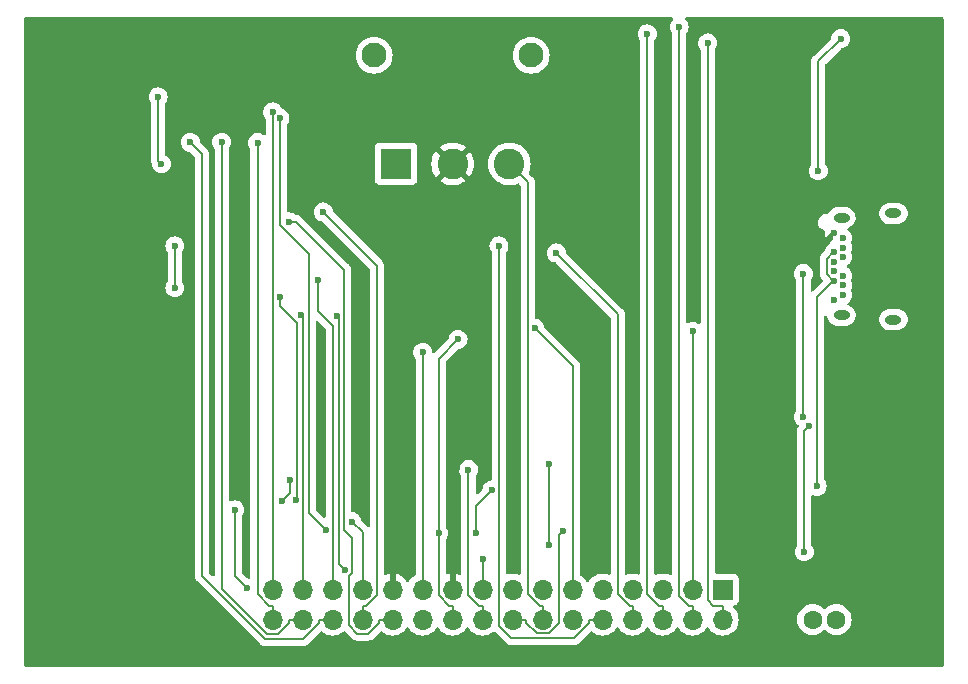
<source format=gbl>
%TF.GenerationSoftware,KiCad,Pcbnew,7.0.1*%
%TF.CreationDate,2025-03-28T02:07:49+02:00*%
%TF.ProjectId,PowerCircuit_V6,506f7765-7243-4697-9263-7569745f5636,rev?*%
%TF.SameCoordinates,Original*%
%TF.FileFunction,Copper,L2,Bot*%
%TF.FilePolarity,Positive*%
%FSLAX46Y46*%
G04 Gerber Fmt 4.6, Leading zero omitted, Abs format (unit mm)*
G04 Created by KiCad (PCBNEW 7.0.1) date 2025-03-28 02:07:49*
%MOMM*%
%LPD*%
G01*
G04 APERTURE LIST*
%TA.AperFunction,ComponentPad*%
%ADD10R,2.600000X2.600000*%
%TD*%
%TA.AperFunction,ComponentPad*%
%ADD11C,2.600000*%
%TD*%
%TA.AperFunction,ComponentPad*%
%ADD12C,2.100000*%
%TD*%
%TA.AperFunction,ComponentPad*%
%ADD13O,1.400000X0.800000*%
%TD*%
%TA.AperFunction,ComponentPad*%
%ADD14C,0.600000*%
%TD*%
%TA.AperFunction,ComponentPad*%
%ADD15R,1.700000X1.700000*%
%TD*%
%TA.AperFunction,ComponentPad*%
%ADD16O,1.700000X1.700000*%
%TD*%
%TA.AperFunction,ComponentPad*%
%ADD17C,1.600000*%
%TD*%
%TA.AperFunction,ViaPad*%
%ADD18C,0.600000*%
%TD*%
%TA.AperFunction,Conductor*%
%ADD19C,0.200000*%
%TD*%
G04 APERTURE END LIST*
D10*
%TO.P,U7,1,1*%
%TO.N,Net-(Q1-G)*%
X211100025Y-88420076D03*
D11*
%TO.P,U7,2,2*%
%TO.N,GND*%
X215900127Y-88420076D03*
%TO.P,U7,3,3*%
%TO.N,/BATTERY*%
X220699975Y-88420076D03*
D12*
%TO.P,U7,4,EH*%
%TO.N,unconnected-(U7-EH-Pad4)*%
X222550114Y-79219924D03*
X209249886Y-79219924D03*
%TD*%
D13*
%TO.P,U8,13,EP*%
%TO.N,unconnected-(U8-EP-Pad13)*%
X248819936Y-92980206D03*
%TO.P,U8,14,EP*%
%TO.N,unconnected-(U8-EP-Pad14)*%
X248819936Y-101240048D03*
%TO.P,U8,15,EP*%
%TO.N,unconnected-(U8-EP-Pad15)*%
X253209826Y-101599967D03*
%TO.P,U8,16,EP*%
%TO.N,unconnected-(U8-EP-Pad16)*%
X253209826Y-92620033D03*
D14*
%TO.P,U8,B1,GND*%
%TO.N,GND*%
X248219986Y-94310152D03*
%TO.P,U8,B2,SSTXP2*%
%TO.N,unconnected-(U8-SSTXP2-PadB2)*%
X248920012Y-94710203D03*
%TO.P,U8,B3,SSTXN2*%
%TO.N,unconnected-(U8-SSTXN2-PadB3)*%
X248920012Y-95510051D03*
%TO.P,U8,B4,VBUS*%
%TO.N,/VBUS*%
X248219986Y-95910102D03*
%TO.P,U8,B5,CC2*%
%TO.N,Net-(JP1-A)*%
X248920012Y-96310152D03*
%TO.P,U8,B6,DP2*%
%TO.N,unconnected-(U8-DP2-PadB6)*%
X248219986Y-96710203D03*
%TO.P,U8,B7,DN2*%
%TO.N,unconnected-(U8-DN2-PadB7)*%
X248219986Y-97510051D03*
%TO.P,U8,B8,SBU2*%
%TO.N,unconnected-(U8-SBU2-PadB8)*%
X248920012Y-97910102D03*
%TO.P,U8,B9,VBUS*%
%TO.N,/VBUS*%
X248219986Y-98310152D03*
%TO.P,U8,B10,SSRXN1*%
%TO.N,unconnected-(U8-SSRXN1-PadB10)*%
X248920012Y-98710203D03*
%TO.P,U8,B11,SSRXP1*%
%TO.N,unconnected-(U8-SSRXP1-PadB11)*%
X248920012Y-99510051D03*
%TO.P,U8,B12,GND*%
%TO.N,GND*%
X248219986Y-99910102D03*
%TD*%
D15*
%TO.P,J1,1,Pin_1*%
%TO.N,/MOTOR2_B_OUT*%
X238760000Y-124460000D03*
D16*
%TO.P,J1,2,Pin_2*%
%TO.N,/MOTOR2_A_OUT*%
X238760000Y-127000000D03*
%TO.P,J1,3,Pin_3*%
%TO.N,/MOTOR4_A_OUT*%
X236220000Y-124460000D03*
%TO.P,J1,4,Pin_4*%
%TO.N,/MOTOR2_CTRL1*%
X236220000Y-127000000D03*
%TO.P,J1,5,Pin_5*%
%TO.N,/MOTOR4_B_OUT*%
X233680000Y-124460000D03*
%TO.P,J1,6,Pin_6*%
%TO.N,/MOTOR2_CTRL2*%
X233680000Y-127000000D03*
%TO.P,J1,7,Pin_7*%
%TO.N,/CTRL_EXT_LOAD2*%
X231140000Y-124460000D03*
%TO.P,J1,8,Pin_8*%
%TO.N,/MOTOR4_CTRL1*%
X231140000Y-127000000D03*
%TO.P,J1,9,Pin_9*%
%TO.N,unconnected-(J1-Pin_9-Pad9)*%
X228600000Y-124460000D03*
%TO.P,J1,10,Pin_10*%
%TO.N,/MOTOR4_CTRL2*%
X228600000Y-127000000D03*
%TO.P,J1,11,Pin_11*%
%TO.N,/EXT_LOAD2_OUT*%
X226060000Y-124460000D03*
%TO.P,J1,12,Pin_12*%
%TO.N,unconnected-(J1-Pin_12-Pad12)*%
X226060000Y-127000000D03*
%TO.P,J1,13,Pin_13*%
%TO.N,/FAST_CHARGE_CTRL*%
X223520000Y-124460000D03*
%TO.P,J1,14,Pin_14*%
%TO.N,/BATTERY*%
X223520000Y-127000000D03*
%TO.P,J1,15,Pin_15*%
%TO.N,unconnected-(J1-Pin_15-Pad15)*%
X220980000Y-124460000D03*
%TO.P,J1,16,Pin_16*%
%TO.N,/I2C1_SCL*%
X220980000Y-127000000D03*
%TO.P,J1,17,Pin_17*%
%TO.N,/I2C1_SDA*%
X218440000Y-124460000D03*
%TO.P,J1,18,Pin_18*%
%TO.N,/3V3*%
X218440000Y-127000000D03*
%TO.P,J1,19,Pin_19*%
%TO.N,GND*%
X215900000Y-124460000D03*
%TO.P,J1,20,Pin_20*%
%TO.N,/5V*%
X215900000Y-127000000D03*
%TO.P,J1,21,Pin_21*%
%TO.N,/EXT_LOAD1_OUT*%
X213360000Y-124460000D03*
%TO.P,J1,22,Pin_22*%
%TO.N,/9V*%
X213360000Y-127000000D03*
%TO.P,J1,23,Pin_23*%
%TO.N,GND*%
X210820000Y-124460000D03*
%TO.P,J1,24,Pin_24*%
%TO.N,/MOTOR3_CTRL1*%
X210820000Y-127000000D03*
%TO.P,J1,25,Pin_25*%
%TO.N,/CTRL_EXT_LOAD1*%
X208280000Y-124460000D03*
%TO.P,J1,26,Pin_26*%
%TO.N,/MOTOR3_CTRL2*%
X208280000Y-127000000D03*
%TO.P,J1,27,Pin_27*%
%TO.N,/MOTOR3_A_OUT*%
X205740000Y-124460000D03*
%TO.P,J1,28,Pin_28*%
%TO.N,/MOTOR1_CTRL1*%
X205740000Y-127000000D03*
%TO.P,J1,29,Pin_29*%
%TO.N,/MOTOR3_B_OUT*%
X203200000Y-124460000D03*
%TO.P,J1,30,Pin_30*%
%TO.N,/MOTOR1_CTRL2*%
X203200000Y-127000000D03*
%TO.P,J1,31,Pin_31*%
%TO.N,/MOTOR1_B_OUT*%
X200660000Y-124460000D03*
%TO.P,J1,32,Pin_32*%
%TO.N,/MOTOR1_A_OUT*%
X200660000Y-127000000D03*
%TD*%
D17*
%TO.P,CN1,1,1*%
%TO.N,/BATTERY*%
X248380000Y-127000000D03*
%TO.P,CN1,2,2*%
%TO.N,/BATT_OUT*%
X246380000Y-127000000D03*
%TD*%
D18*
%TO.N,/5V*%
X214725400Y-119704000D03*
X216355100Y-103288400D03*
X219217800Y-116031200D03*
X217889200Y-119705600D03*
%TO.N,GND*%
X212701863Y-97394165D03*
X198477863Y-114158165D03*
X191365863Y-120254165D03*
X216257863Y-111110165D03*
X212193863Y-121270165D03*
X204573863Y-113650165D03*
X192889863Y-113650165D03*
X185777863Y-94854165D03*
X212193863Y-113650165D03*
X185777863Y-90790165D03*
X212701863Y-92314165D03*
X216257863Y-114158165D03*
X204573863Y-117206165D03*
X192889863Y-117714165D03*
X198477863Y-119238165D03*
%TO.N,/PWR_OUT*%
X192381863Y-95362165D03*
X201281900Y-99682000D03*
X202644000Y-116911365D03*
X192381863Y-98918165D03*
%TO.N,Net-(U12-VCP)*%
X191242800Y-88424700D03*
X190957200Y-82749100D03*
%TO.N,Net-(JP4-B)*%
X201422400Y-116962465D03*
X198477863Y-124318165D03*
X202086200Y-115174165D03*
X197461863Y-117714165D03*
%TO.N,/VBUS*%
X246759200Y-115715400D03*
%TO.N,/MOTOR2_B_OUT*%
X205137100Y-119411400D03*
X201273600Y-84543100D03*
%TO.N,/MOTOR2_A_OUT*%
X237490000Y-78184200D03*
%TO.N,/MOTOR4_A_OUT*%
X236220000Y-102592200D03*
%TO.N,/MOTOR2_CTRL1*%
X235068100Y-76811100D03*
%TO.N,/MOTOR4_B_OUT*%
X206078100Y-101327900D03*
X206778000Y-122791300D03*
%TO.N,/MOTOR2_CTRL2*%
X232372400Y-77413000D03*
%TO.N,/MOTOR4_CTRL1*%
X224673600Y-95963600D03*
%TO.N,/MOTOR4_CTRL2*%
X219819700Y-95361700D03*
%TO.N,/EXT_LOAD2_OUT*%
X222855100Y-102321900D03*
%TO.N,/I2C1_SCL*%
X225228000Y-119525400D03*
%TO.N,/I2C1_SDA*%
X218440000Y-121834200D03*
%TO.N,/3V3*%
X217238100Y-114300000D03*
%TO.N,/EXT_LOAD1_OUT*%
X213360000Y-104357900D03*
%TO.N,/MOTOR3_CTRL1*%
X202033863Y-93330165D03*
%TO.N,/CTRL_EXT_LOAD1*%
X207356900Y-118704200D03*
%TO.N,/MOTOR3_CTRL2*%
X204942300Y-92496700D03*
%TO.N,/MOTOR3_A_OUT*%
X204467200Y-98231900D03*
%TO.N,/MOTOR1_CTRL1*%
X193681900Y-86591900D03*
%TO.N,/MOTOR3_B_OUT*%
X203093000Y-101255900D03*
%TO.N,/MOTOR1_CTRL2*%
X196349700Y-86592700D03*
%TO.N,/MOTOR1_B_OUT*%
X200660000Y-84021800D03*
%TO.N,/MOTOR1_A_OUT*%
X199381900Y-86626700D03*
%TO.N,Net-(JP2-A)*%
X224035500Y-120680200D03*
X224032300Y-113845000D03*
%TO.N,Net-(U9-VBUS)*%
X245664700Y-121264900D03*
X246096900Y-110592100D03*
%TO.N,Net-(U11-CHRG)*%
X246852300Y-89015400D03*
X248749300Y-77829500D03*
%TO.N,/CC1*%
X245596000Y-97719500D03*
X245596000Y-109846100D03*
%TD*%
D19*
%TO.N,/5V*%
X214725400Y-124961500D02*
X214725400Y-119704000D01*
X215612000Y-125848100D02*
X214725400Y-124961500D01*
X215900000Y-125848100D02*
X215612000Y-125848100D01*
X214725400Y-104918100D02*
X216355100Y-103288400D01*
X217889200Y-119705600D02*
X217889200Y-117359800D01*
X214725400Y-119704000D02*
X214725400Y-104918100D01*
X215900000Y-127000000D02*
X215900000Y-125848100D01*
X217889200Y-117359800D02*
X219217800Y-116031200D01*
%TO.N,GND*%
X212193863Y-121270165D02*
X212193863Y-113650165D01*
X204573863Y-113650165D02*
X204573863Y-117206165D01*
X216257863Y-114158165D02*
X216257863Y-111110165D01*
X192889863Y-113650165D02*
X192889863Y-117714165D01*
X191365863Y-120254165D02*
X191365863Y-119238165D01*
X198477863Y-114158165D02*
X198477863Y-119238165D01*
X191365863Y-119238165D02*
X192889863Y-117714165D01*
X185777863Y-90790165D02*
X185777863Y-94854165D01*
X212701863Y-92314165D02*
X212701863Y-97394165D01*
%TO.N,/PWR_OUT*%
X201281900Y-100428200D02*
X201281900Y-99682000D01*
X192381863Y-98918165D02*
X192381863Y-95362165D01*
X202744000Y-101890300D02*
X201281900Y-100428200D01*
X202644000Y-116911365D02*
X202744000Y-116811365D01*
X202744000Y-116811365D02*
X202744000Y-101890300D01*
%TO.N,Net-(U12-VCP)*%
X190957200Y-88139100D02*
X191242800Y-88424700D01*
X190957200Y-82749100D02*
X190957200Y-88139100D01*
%TO.N,Net-(JP4-B)*%
X202086200Y-116298665D02*
X201422400Y-116962465D01*
X202086200Y-115174165D02*
X202086200Y-116298665D01*
X197461863Y-117714165D02*
X197461863Y-123302165D01*
X197461863Y-123302165D02*
X198477863Y-124318165D01*
%TO.N,/VBUS*%
X246759200Y-99692900D02*
X246759200Y-115715400D01*
X248142000Y-98310100D02*
X247595700Y-97763800D01*
X247595700Y-97763800D02*
X247595700Y-96436200D01*
X248121800Y-95910100D02*
X248220000Y-95910100D01*
X248220000Y-98310100D02*
X248142000Y-98310100D01*
X247595700Y-96436200D02*
X248121800Y-95910100D01*
X248142000Y-98310100D02*
X246759200Y-99692900D01*
%TO.N,/BATTERY*%
X222250000Y-124846700D02*
X223251400Y-125848100D01*
X220700000Y-88420100D02*
X222250000Y-89970100D01*
X223251400Y-125848100D02*
X223520000Y-125848100D01*
X223520000Y-127000000D02*
X223520000Y-125848100D01*
X222250000Y-89970100D02*
X222250000Y-124846700D01*
%TO.N,/MOTOR2_B_OUT*%
X203700900Y-96040100D02*
X203700900Y-117975200D01*
X201273600Y-93612800D02*
X203700900Y-96040100D01*
X201273600Y-84543100D02*
X201273600Y-93612800D01*
X203700900Y-117975200D02*
X205137100Y-119411400D01*
%TO.N,/MOTOR2_A_OUT*%
X238760000Y-127000000D02*
X238760000Y-125848100D01*
X237968100Y-125848100D02*
X237490000Y-125370000D01*
X237490000Y-125370000D02*
X237490000Y-78184200D01*
X238760000Y-125848100D02*
X237968100Y-125848100D01*
%TO.N,/MOTOR4_A_OUT*%
X236220000Y-124460000D02*
X236220000Y-102592200D01*
%TO.N,/MOTOR2_CTRL1*%
X236220000Y-127000000D02*
X236220000Y-125848100D01*
X235068100Y-76811100D02*
X235068100Y-124984300D01*
X235931900Y-125848100D02*
X236220000Y-125848100D01*
X235068100Y-124984300D02*
X235931900Y-125848100D01*
%TO.N,/MOTOR4_B_OUT*%
X206285000Y-101534800D02*
X206078100Y-101327900D01*
X206285000Y-122298300D02*
X206285000Y-101534800D01*
X206778000Y-122791300D02*
X206285000Y-122298300D01*
%TO.N,/MOTOR2_CTRL2*%
X232372400Y-77413000D02*
X232372400Y-124828500D01*
X233392000Y-125848100D02*
X233680000Y-125848100D01*
X233680000Y-127000000D02*
X233680000Y-125848100D01*
X232372400Y-124828500D02*
X233392000Y-125848100D01*
%TO.N,/MOTOR4_CTRL1*%
X230871400Y-125848100D02*
X229870000Y-124846700D01*
X231140000Y-125848100D02*
X230871400Y-125848100D01*
X231140000Y-127000000D02*
X231140000Y-125848100D01*
X229870000Y-101160000D02*
X224673600Y-95963600D01*
X229870000Y-124846700D02*
X229870000Y-101160000D01*
%TO.N,/MOTOR4_CTRL2*%
X226182400Y-128553800D02*
X220851300Y-128553800D01*
X227448100Y-127288100D02*
X226182400Y-128553800D01*
X220851300Y-128553800D02*
X219819700Y-127522200D01*
X227448100Y-127000000D02*
X227448100Y-127288100D01*
X228600000Y-127000000D02*
X227448100Y-127000000D01*
X219819700Y-127522200D02*
X219819700Y-95361700D01*
%TO.N,/EXT_LOAD2_OUT*%
X226060000Y-105526800D02*
X222855100Y-102321900D01*
X226060000Y-124460000D02*
X226060000Y-105526800D01*
%TO.N,/I2C1_SCL*%
X224908100Y-127260000D02*
X224908100Y-119845300D01*
X222131900Y-127275400D02*
X223008400Y-128151900D01*
X224016200Y-128151900D02*
X224908100Y-127260000D01*
X222131900Y-127000000D02*
X222131900Y-127275400D01*
X220980000Y-127000000D02*
X222131900Y-127000000D01*
X223008400Y-128151900D02*
X224016200Y-128151900D01*
X224908100Y-119845300D02*
X225228000Y-119525400D01*
%TO.N,/I2C1_SDA*%
X218440000Y-124460000D02*
X218440000Y-121834200D01*
%TO.N,/3V3*%
X218152000Y-125848100D02*
X218440000Y-125848100D01*
X217238100Y-124934200D02*
X218152000Y-125848100D01*
X217238100Y-114300000D02*
X217238100Y-124934200D01*
X218440000Y-127000000D02*
X218440000Y-125848100D01*
%TO.N,/EXT_LOAD1_OUT*%
X213360000Y-124460000D02*
X213360000Y-104357900D01*
%TO.N,/MOTOR3_CTRL1*%
X202033863Y-93330165D02*
X202629565Y-93330165D01*
X202629565Y-93330165D02*
X206686900Y-97387500D01*
X207127700Y-127482800D02*
X207832100Y-128187200D01*
X206686900Y-97387500D02*
X206686900Y-119403400D01*
X209668100Y-127000000D02*
X210820000Y-127000000D01*
X207379900Y-120096400D02*
X207379900Y-123040600D01*
X207832100Y-128187200D02*
X208768900Y-128187200D01*
X209668100Y-127288000D02*
X209668100Y-127000000D01*
X208768900Y-128187200D02*
X209668100Y-127288000D01*
X207127700Y-123292800D02*
X207127700Y-127482800D01*
X206686900Y-119403400D02*
X207379900Y-120096400D01*
X207379900Y-123040600D02*
X207127700Y-123292800D01*
%TO.N,/CTRL_EXT_LOAD1*%
X207356900Y-118704200D02*
X208280000Y-119627300D01*
X208280000Y-124460000D02*
X208280000Y-123308100D01*
X208280000Y-119627300D02*
X208280000Y-123308100D01*
%TO.N,/MOTOR3_CTRL2*%
X208280000Y-127000000D02*
X208280000Y-125848100D01*
X208568000Y-125848100D02*
X209483300Y-124932800D01*
X209483300Y-124932800D02*
X209483300Y-97037700D01*
X208280000Y-125848100D02*
X208568000Y-125848100D01*
X209483300Y-97037700D02*
X204942300Y-92496700D01*
%TO.N,/MOTOR3_A_OUT*%
X205740000Y-124460000D02*
X205740000Y-123308100D01*
X205740000Y-102113800D02*
X205740000Y-123308100D01*
X204467200Y-98231900D02*
X204467200Y-100841000D01*
X204467200Y-100841000D02*
X205740000Y-102113800D01*
%TO.N,/MOTOR1_CTRL1*%
X204588100Y-127000000D02*
X204588100Y-127288000D01*
X203231000Y-128645100D02*
X200022900Y-128645100D01*
X194699400Y-123321600D02*
X194699400Y-87609400D01*
X200022900Y-128645100D02*
X194699400Y-123321600D01*
X205740000Y-127000000D02*
X204588100Y-127000000D01*
X204588100Y-127288000D02*
X203231000Y-128645100D01*
X194699400Y-87609400D02*
X193681900Y-86591900D01*
%TO.N,/MOTOR3_B_OUT*%
X203200000Y-123308100D02*
X203245900Y-123262200D01*
X203245900Y-101408800D02*
X203093000Y-101255900D01*
X203200000Y-124460000D02*
X203200000Y-123308100D01*
X203245900Y-123262200D02*
X203245900Y-101408800D01*
%TO.N,/MOTOR1_CTRL2*%
X202048100Y-127000000D02*
X202048100Y-127288000D01*
X202048100Y-127288000D02*
X201140200Y-128195900D01*
X201140200Y-128195900D02*
X200142400Y-128195900D01*
X203200000Y-127000000D02*
X202048100Y-127000000D01*
X200142400Y-128195900D02*
X196349700Y-124403200D01*
X196349700Y-124403200D02*
X196349700Y-86592700D01*
%TO.N,/MOTOR1_B_OUT*%
X200660000Y-124460000D02*
X200660000Y-84021800D01*
%TO.N,/MOTOR1_A_OUT*%
X200660000Y-127000000D02*
X200660000Y-125848100D01*
X200372000Y-125848100D02*
X199381900Y-124858000D01*
X199381900Y-124858000D02*
X199381900Y-86626700D01*
X200660000Y-125848100D02*
X200372000Y-125848100D01*
%TO.N,Net-(JP2-A)*%
X224032300Y-120677000D02*
X224035500Y-120680200D01*
X224032300Y-113845000D02*
X224032300Y-120677000D01*
%TO.N,Net-(U9-VBUS)*%
X245664700Y-111024300D02*
X246096900Y-110592100D01*
X245664700Y-121264900D02*
X245664700Y-111024300D01*
%TO.N,Net-(U11-CHRG)*%
X246852300Y-89015400D02*
X246852300Y-79726500D01*
X246852300Y-79726500D02*
X248749300Y-77829500D01*
%TO.N,/CC1*%
X245596000Y-97719500D02*
X245596000Y-109846100D01*
%TD*%
%TA.AperFunction,Conductor*%
%TO.N,GND*%
G36*
X234503389Y-76014180D02*
G01*
X234547412Y-76051780D01*
X234569567Y-76105267D01*
X234565025Y-76162983D01*
X234534775Y-76212346D01*
X234438285Y-76308835D01*
X234342312Y-76461576D01*
X234342311Y-76461578D01*
X234284207Y-76627631D01*
X234282731Y-76631848D01*
X234262534Y-76811100D01*
X234282731Y-76990351D01*
X234282731Y-76990353D01*
X234282732Y-76990355D01*
X234342311Y-77160622D01*
X234366856Y-77199685D01*
X234445717Y-77325192D01*
X234444412Y-77326011D01*
X234458161Y-77346588D01*
X234467600Y-77394041D01*
X234467600Y-123142511D01*
X234452314Y-123202154D01*
X234410225Y-123247092D01*
X234351710Y-123266246D01*
X234291196Y-123254893D01*
X234143663Y-123186097D01*
X234082501Y-123169709D01*
X233915407Y-123124936D01*
X233680000Y-123104340D01*
X233444592Y-123124936D01*
X233216338Y-123186096D01*
X233200163Y-123193639D01*
X233149303Y-123217355D01*
X233088791Y-123228708D01*
X233030275Y-123209554D01*
X232988186Y-123164616D01*
X232972900Y-123104973D01*
X232972900Y-77995941D01*
X232982339Y-77948488D01*
X232996087Y-77927911D01*
X232994783Y-77927092D01*
X233052850Y-77834678D01*
X233098189Y-77762522D01*
X233157768Y-77592255D01*
X233177965Y-77413000D01*
X233157768Y-77233745D01*
X233098189Y-77063478D01*
X233002216Y-76910738D01*
X233002215Y-76910737D01*
X233002214Y-76910735D01*
X232874664Y-76783185D01*
X232812267Y-76743979D01*
X232721922Y-76687211D01*
X232551655Y-76627632D01*
X232551653Y-76627631D01*
X232551651Y-76627631D01*
X232372400Y-76607434D01*
X232193148Y-76627631D01*
X232193145Y-76627631D01*
X232193145Y-76627632D01*
X232022878Y-76687211D01*
X232022876Y-76687211D01*
X232022876Y-76687212D01*
X231870135Y-76783185D01*
X231742585Y-76910735D01*
X231658767Y-77044132D01*
X231646611Y-77063478D01*
X231598950Y-77199685D01*
X231587031Y-77233748D01*
X231566834Y-77413000D01*
X231587031Y-77592251D01*
X231587031Y-77592253D01*
X231587032Y-77592255D01*
X231646611Y-77762522D01*
X231688696Y-77829500D01*
X231750017Y-77927092D01*
X231748712Y-77927911D01*
X231762461Y-77948488D01*
X231771900Y-77995941D01*
X231771900Y-123069906D01*
X231756617Y-123129543D01*
X231714536Y-123174480D01*
X231656028Y-123193639D01*
X231614936Y-123185938D01*
X231614142Y-123188905D01*
X231603663Y-123186097D01*
X231559938Y-123174381D01*
X231375407Y-123124936D01*
X231140000Y-123104340D01*
X230904592Y-123124936D01*
X230676340Y-123186096D01*
X230676339Y-123186096D01*
X230676337Y-123186097D01*
X230646902Y-123199822D01*
X230586391Y-123211175D01*
X230527875Y-123192021D01*
X230485786Y-123147083D01*
X230470500Y-123087440D01*
X230470500Y-101207487D01*
X230471561Y-101191301D01*
X230475682Y-101159999D01*
X230472964Y-101139360D01*
X230455044Y-101003238D01*
X230394536Y-100857159D01*
X230370349Y-100825638D01*
X230322454Y-100763219D01*
X230322452Y-100763217D01*
X230322450Y-100763215D01*
X230298282Y-100731718D01*
X230273229Y-100712494D01*
X230261035Y-100701800D01*
X225504300Y-95945065D01*
X225480261Y-95911185D01*
X225468761Y-95871266D01*
X225468522Y-95869146D01*
X225458968Y-95784345D01*
X225399389Y-95614078D01*
X225303416Y-95461338D01*
X225303415Y-95461337D01*
X225303414Y-95461335D01*
X225175864Y-95333785D01*
X225113467Y-95294579D01*
X225023122Y-95237811D01*
X224852855Y-95178232D01*
X224852853Y-95178231D01*
X224852851Y-95178231D01*
X224673600Y-95158034D01*
X224494348Y-95178231D01*
X224494345Y-95178231D01*
X224494345Y-95178232D01*
X224324078Y-95237811D01*
X224324076Y-95237811D01*
X224324076Y-95237812D01*
X224171335Y-95333785D01*
X224043785Y-95461335D01*
X223947812Y-95614076D01*
X223947811Y-95614078D01*
X223913656Y-95711687D01*
X223888231Y-95784348D01*
X223868034Y-95963600D01*
X223888231Y-96142851D01*
X223888231Y-96142853D01*
X223888232Y-96142855D01*
X223947811Y-96313122D01*
X224004579Y-96403467D01*
X224043785Y-96465864D01*
X224171335Y-96593414D01*
X224171337Y-96593415D01*
X224171338Y-96593416D01*
X224324078Y-96689389D01*
X224494345Y-96748968D01*
X224581266Y-96758761D01*
X224621185Y-96770261D01*
X224655065Y-96794300D01*
X229233181Y-101372416D01*
X229260061Y-101412644D01*
X229269500Y-101460097D01*
X229269500Y-123087440D01*
X229254214Y-123147083D01*
X229212125Y-123192021D01*
X229153609Y-123211175D01*
X229093097Y-123199822D01*
X229063663Y-123186097D01*
X229026812Y-123176223D01*
X228835407Y-123124936D01*
X228600000Y-123104340D01*
X228364592Y-123124936D01*
X228136336Y-123186097D01*
X227922170Y-123285965D01*
X227728598Y-123421505D01*
X227561505Y-123588598D01*
X227431575Y-123774159D01*
X227387257Y-123813025D01*
X227330000Y-123827036D01*
X227272743Y-123813025D01*
X227228425Y-123774159D01*
X227197818Y-123730447D01*
X227098495Y-123588599D01*
X226931401Y-123421505D01*
X226737830Y-123285965D01*
X226732094Y-123283290D01*
X226679919Y-123237534D01*
X226660500Y-123170909D01*
X226660500Y-105574287D01*
X226661561Y-105558101D01*
X226665682Y-105526799D01*
X226662964Y-105506161D01*
X226645044Y-105370038D01*
X226584536Y-105223959D01*
X226580115Y-105218197D01*
X226538118Y-105163466D01*
X226538117Y-105163465D01*
X226488281Y-105098517D01*
X226463229Y-105079294D01*
X226451034Y-105068599D01*
X223685800Y-102303365D01*
X223661761Y-102269485D01*
X223650261Y-102229566D01*
X223647588Y-102205838D01*
X223640468Y-102142645D01*
X223580889Y-101972378D01*
X223484916Y-101819638D01*
X223484915Y-101819637D01*
X223484914Y-101819635D01*
X223357364Y-101692085D01*
X223294967Y-101652879D01*
X223204622Y-101596111D01*
X223034355Y-101536532D01*
X223034353Y-101536531D01*
X223034351Y-101536531D01*
X222980295Y-101530441D01*
X222960616Y-101528223D01*
X222904649Y-101507458D01*
X222864870Y-101462946D01*
X222850500Y-101405004D01*
X222850500Y-90017587D01*
X222851561Y-90001401D01*
X222855682Y-89970099D01*
X222841026Y-89858778D01*
X222835044Y-89813338D01*
X222774536Y-89667259D01*
X222757620Y-89645214D01*
X222702454Y-89573319D01*
X222702452Y-89573317D01*
X222702450Y-89573315D01*
X222678282Y-89541818D01*
X222653229Y-89522594D01*
X222641035Y-89511900D01*
X222385786Y-89256651D01*
X222359204Y-89217136D01*
X222349477Y-89170515D01*
X222358038Y-89123671D01*
X222425309Y-88952271D01*
X222485358Y-88689179D01*
X222505524Y-88420076D01*
X222485358Y-88150973D01*
X222425309Y-87887881D01*
X222326718Y-87636678D01*
X222191790Y-87402974D01*
X222023536Y-87191991D01*
X221979573Y-87151199D01*
X221825718Y-87008442D01*
X221728592Y-86942223D01*
X221602750Y-86856425D01*
X221359616Y-86739338D01*
X221280073Y-86714802D01*
X221101746Y-86659795D01*
X220834904Y-86619576D01*
X220565046Y-86619576D01*
X220298203Y-86659795D01*
X220040334Y-86739338D01*
X219797203Y-86856423D01*
X219574232Y-87008442D01*
X219376414Y-87191991D01*
X219208159Y-87402975D01*
X219073232Y-87636677D01*
X218974641Y-87887880D01*
X218914591Y-88150975D01*
X218894425Y-88420076D01*
X218914591Y-88689176D01*
X218914592Y-88689179D01*
X218974641Y-88952271D01*
X219073232Y-89203474D01*
X219208160Y-89437178D01*
X219376414Y-89648161D01*
X219574234Y-89831711D01*
X219797201Y-89983727D01*
X220040334Y-90100814D01*
X220298203Y-90180356D01*
X220565046Y-90220576D01*
X220834904Y-90220576D01*
X221101747Y-90180356D01*
X221359616Y-90100814D01*
X221396349Y-90083123D01*
X221445511Y-90070932D01*
X221495450Y-90079417D01*
X221537829Y-90107164D01*
X221613181Y-90182516D01*
X221640061Y-90222744D01*
X221649500Y-90270197D01*
X221649500Y-123087440D01*
X221634214Y-123147083D01*
X221592125Y-123192021D01*
X221533609Y-123211175D01*
X221473097Y-123199822D01*
X221443663Y-123186097D01*
X221406812Y-123176223D01*
X221215407Y-123124936D01*
X220980000Y-123104340D01*
X220744592Y-123124936D01*
X220576293Y-123170032D01*
X220520009Y-123171874D01*
X220468714Y-123148633D01*
X220432988Y-123105101D01*
X220420200Y-123050257D01*
X220420200Y-95944641D01*
X220429639Y-95897188D01*
X220443387Y-95876611D01*
X220442083Y-95875792D01*
X220460087Y-95847137D01*
X220545489Y-95711222D01*
X220605068Y-95540955D01*
X220625265Y-95361700D01*
X220605068Y-95182445D01*
X220545489Y-95012178D01*
X220449516Y-94859438D01*
X220449515Y-94859437D01*
X220449514Y-94859435D01*
X220321964Y-94731885D01*
X220258490Y-94692002D01*
X220169222Y-94635911D01*
X219998955Y-94576332D01*
X219998953Y-94576331D01*
X219998951Y-94576331D01*
X219819700Y-94556134D01*
X219640448Y-94576331D01*
X219640445Y-94576331D01*
X219640445Y-94576332D01*
X219470178Y-94635911D01*
X219470176Y-94635911D01*
X219470176Y-94635912D01*
X219317435Y-94731885D01*
X219189885Y-94859435D01*
X219093912Y-95012176D01*
X219093911Y-95012178D01*
X219035807Y-95178231D01*
X219034331Y-95182448D01*
X219014134Y-95361700D01*
X219034331Y-95540951D01*
X219034331Y-95540953D01*
X219034332Y-95540955D01*
X219093911Y-95711222D01*
X219118422Y-95750231D01*
X219197317Y-95875792D01*
X219196012Y-95876611D01*
X219209761Y-95897188D01*
X219219200Y-95944641D01*
X219219200Y-115114664D01*
X219204830Y-115172605D01*
X219165052Y-115217118D01*
X219109083Y-115237884D01*
X219038549Y-115245831D01*
X219038546Y-115245831D01*
X219038545Y-115245832D01*
X218868278Y-115305411D01*
X218868276Y-115305411D01*
X218868276Y-115305412D01*
X218715535Y-115401385D01*
X218587985Y-115528935D01*
X218495310Y-115676427D01*
X218492011Y-115681678D01*
X218480211Y-115715400D01*
X218432431Y-115851948D01*
X218422637Y-115938869D01*
X218411137Y-115978786D01*
X218387098Y-116012665D01*
X218050278Y-116349486D01*
X218000918Y-116379734D01*
X217943202Y-116384276D01*
X217889715Y-116362121D01*
X217852115Y-116318098D01*
X217838600Y-116261803D01*
X217838600Y-114882941D01*
X217848039Y-114835488D01*
X217861787Y-114814911D01*
X217860483Y-114814092D01*
X217878487Y-114785437D01*
X217963889Y-114649522D01*
X218023468Y-114479255D01*
X218043665Y-114300000D01*
X218023468Y-114120745D01*
X217963889Y-113950478D01*
X217867916Y-113797738D01*
X217867915Y-113797737D01*
X217867914Y-113797735D01*
X217740364Y-113670185D01*
X217677967Y-113630978D01*
X217587622Y-113574211D01*
X217417355Y-113514632D01*
X217417353Y-113514631D01*
X217417351Y-113514631D01*
X217238100Y-113494434D01*
X217058848Y-113514631D01*
X217058845Y-113514631D01*
X217058845Y-113514632D01*
X216888578Y-113574211D01*
X216888576Y-113574211D01*
X216888576Y-113574212D01*
X216735835Y-113670185D01*
X216608285Y-113797735D01*
X216578587Y-113845000D01*
X216512311Y-113950478D01*
X216452732Y-114120745D01*
X216452731Y-114120748D01*
X216432534Y-114299999D01*
X216452731Y-114479251D01*
X216452731Y-114479253D01*
X216452732Y-114479255D01*
X216512311Y-114649522D01*
X216524388Y-114668742D01*
X216615717Y-114814092D01*
X216614412Y-114814911D01*
X216628161Y-114835488D01*
X216637600Y-114882941D01*
X216637600Y-123119747D01*
X216622314Y-123179390D01*
X216580225Y-123224328D01*
X216521710Y-123243482D01*
X216461195Y-123232129D01*
X216363492Y-123186569D01*
X216150000Y-123129364D01*
X216150000Y-124586000D01*
X216133387Y-124648000D01*
X216088000Y-124693387D01*
X216026000Y-124710000D01*
X215774000Y-124710000D01*
X215712000Y-124693387D01*
X215666613Y-124648000D01*
X215650000Y-124586000D01*
X215650000Y-123129364D01*
X215649999Y-123129364D01*
X215481994Y-123174381D01*
X215425709Y-123176223D01*
X215374414Y-123152982D01*
X215338688Y-123109450D01*
X215325900Y-123054606D01*
X215325900Y-120286941D01*
X215335339Y-120239488D01*
X215349087Y-120218911D01*
X215347783Y-120218092D01*
X215398617Y-120137189D01*
X215451189Y-120053522D01*
X215510768Y-119883255D01*
X215530965Y-119704000D01*
X215510768Y-119524745D01*
X215451189Y-119354478D01*
X215362294Y-119213002D01*
X215347783Y-119189908D01*
X215349087Y-119189088D01*
X215335339Y-119168512D01*
X215325900Y-119121059D01*
X215325900Y-105218197D01*
X215335339Y-105170744D01*
X215362219Y-105130516D01*
X215603257Y-104889478D01*
X216373636Y-104119097D01*
X216407513Y-104095061D01*
X216447430Y-104083561D01*
X216534355Y-104073768D01*
X216704622Y-104014189D01*
X216857362Y-103918216D01*
X216984916Y-103790662D01*
X217080889Y-103637922D01*
X217140468Y-103467655D01*
X217160665Y-103288400D01*
X217140468Y-103109145D01*
X217080889Y-102938878D01*
X216984916Y-102786138D01*
X216984915Y-102786137D01*
X216984914Y-102786135D01*
X216857364Y-102658585D01*
X216794967Y-102619379D01*
X216704622Y-102562611D01*
X216534355Y-102503032D01*
X216534353Y-102503031D01*
X216534351Y-102503031D01*
X216355100Y-102482834D01*
X216175848Y-102503031D01*
X216175845Y-102503031D01*
X216175845Y-102503032D01*
X216005578Y-102562611D01*
X216005576Y-102562611D01*
X216005576Y-102562612D01*
X215852835Y-102658585D01*
X215725285Y-102786135D01*
X215629312Y-102938876D01*
X215629311Y-102938878D01*
X215574870Y-103094462D01*
X215569731Y-103109148D01*
X215559937Y-103196069D01*
X215548437Y-103235986D01*
X215524398Y-103269865D01*
X214375059Y-104419204D01*
X214314971Y-104452414D01*
X214246423Y-104448565D01*
X214190431Y-104408836D01*
X214164158Y-104345407D01*
X214145368Y-104178648D01*
X214145368Y-104178645D01*
X214085789Y-104008378D01*
X213989816Y-103855638D01*
X213989815Y-103855637D01*
X213989814Y-103855635D01*
X213862264Y-103728085D01*
X213799867Y-103688879D01*
X213709522Y-103632111D01*
X213539255Y-103572532D01*
X213539253Y-103572531D01*
X213539251Y-103572531D01*
X213360000Y-103552334D01*
X213180748Y-103572531D01*
X213180745Y-103572531D01*
X213180745Y-103572532D01*
X213010478Y-103632111D01*
X213010476Y-103632111D01*
X213010476Y-103632112D01*
X212857735Y-103728085D01*
X212730185Y-103855635D01*
X212634212Y-104008376D01*
X212634211Y-104008378D01*
X212603879Y-104095061D01*
X212574631Y-104178648D01*
X212554434Y-104357900D01*
X212574631Y-104537151D01*
X212574631Y-104537153D01*
X212574632Y-104537155D01*
X212634211Y-104707422D01*
X212634212Y-104707423D01*
X212737617Y-104871992D01*
X212736312Y-104872811D01*
X212750061Y-104893388D01*
X212759500Y-104940841D01*
X212759500Y-123170909D01*
X212740081Y-123237533D01*
X212687907Y-123283290D01*
X212682171Y-123285964D01*
X212488598Y-123421505D01*
X212321508Y-123588595D01*
X212191269Y-123774596D01*
X212146951Y-123813461D01*
X212089694Y-123827472D01*
X212032437Y-123813461D01*
X211988119Y-123774595D01*
X211858109Y-123588921D01*
X211691081Y-123421893D01*
X211497576Y-123286399D01*
X211283492Y-123186569D01*
X211070000Y-123129364D01*
X211070000Y-124586000D01*
X211053387Y-124648000D01*
X211008000Y-124693387D01*
X210946000Y-124710000D01*
X210694000Y-124710000D01*
X210632000Y-124693387D01*
X210586613Y-124648000D01*
X210570000Y-124586000D01*
X210570000Y-123129364D01*
X210569999Y-123129364D01*
X210356509Y-123186568D01*
X210260206Y-123231477D01*
X210199691Y-123242830D01*
X210141175Y-123223676D01*
X210099086Y-123178738D01*
X210083800Y-123119095D01*
X210083800Y-97085187D01*
X210084861Y-97069001D01*
X210088982Y-97037699D01*
X210068344Y-96880939D01*
X210032457Y-96794300D01*
X210007836Y-96734859D01*
X210000028Y-96724683D01*
X209972946Y-96689389D01*
X209911582Y-96609417D01*
X209886529Y-96590194D01*
X209874334Y-96579499D01*
X205773000Y-92478165D01*
X205748961Y-92444285D01*
X205737461Y-92404366D01*
X205737402Y-92403845D01*
X205727668Y-92317445D01*
X205668089Y-92147178D01*
X205572116Y-91994438D01*
X205572115Y-91994437D01*
X205572114Y-91994435D01*
X205444564Y-91866885D01*
X205326742Y-91792853D01*
X205291822Y-91770911D01*
X205121555Y-91711332D01*
X205121553Y-91711331D01*
X205121551Y-91711331D01*
X204942300Y-91691134D01*
X204763048Y-91711331D01*
X204763045Y-91711331D01*
X204763045Y-91711332D01*
X204592778Y-91770911D01*
X204592776Y-91770911D01*
X204592776Y-91770912D01*
X204440035Y-91866885D01*
X204312485Y-91994435D01*
X204216512Y-92147176D01*
X204216511Y-92147178D01*
X204209469Y-92167303D01*
X204156931Y-92317448D01*
X204136734Y-92496700D01*
X204156931Y-92675951D01*
X204156931Y-92675953D01*
X204156932Y-92675955D01*
X204216511Y-92846222D01*
X204241229Y-92885560D01*
X204312485Y-92998964D01*
X204440035Y-93126514D01*
X204440037Y-93126515D01*
X204440038Y-93126516D01*
X204592778Y-93222489D01*
X204763045Y-93282068D01*
X204849966Y-93291861D01*
X204889885Y-93303361D01*
X204923765Y-93327400D01*
X208846481Y-97250116D01*
X208873361Y-97290344D01*
X208882800Y-97337797D01*
X208882800Y-119081483D01*
X208864128Y-119146920D01*
X208813736Y-119192650D01*
X208746799Y-119204901D01*
X208683476Y-119179983D01*
X208683391Y-119179918D01*
X208671034Y-119169099D01*
X208187600Y-118685665D01*
X208163561Y-118651785D01*
X208152061Y-118611866D01*
X208142268Y-118524949D01*
X208142268Y-118524945D01*
X208082689Y-118354678D01*
X207986716Y-118201938D01*
X207986715Y-118201937D01*
X207986714Y-118201935D01*
X207859164Y-118074385D01*
X207796767Y-118035179D01*
X207706422Y-117978411D01*
X207536155Y-117918832D01*
X207536153Y-117918831D01*
X207536151Y-117918831D01*
X207397516Y-117903211D01*
X207341548Y-117882445D01*
X207301770Y-117837932D01*
X207287400Y-117779991D01*
X207287400Y-97434987D01*
X207288461Y-97418801D01*
X207289904Y-97407840D01*
X207292582Y-97387500D01*
X207271944Y-97230738D01*
X207211436Y-97084659D01*
X207199420Y-97069000D01*
X207199419Y-97068999D01*
X207115182Y-96959217D01*
X207090129Y-96939994D01*
X207077934Y-96929299D01*
X203087764Y-92939129D01*
X203077068Y-92926933D01*
X203057846Y-92901881D01*
X202932405Y-92805628D01*
X202786327Y-92745121D01*
X202668926Y-92729665D01*
X202661890Y-92728738D01*
X202629562Y-92724482D01*
X202628375Y-92724639D01*
X202585731Y-92722842D01*
X202546224Y-92706693D01*
X202383388Y-92604378D01*
X202383385Y-92604376D01*
X202213118Y-92544797D01*
X202213116Y-92544796D01*
X202213114Y-92544796D01*
X202033864Y-92524599D01*
X202011985Y-92527065D01*
X201944299Y-92515566D01*
X201893106Y-92469817D01*
X201874100Y-92403845D01*
X201874100Y-89767945D01*
X209299525Y-89767945D01*
X209305934Y-89827560D01*
X209317578Y-89858778D01*
X209356229Y-89962407D01*
X209442479Y-90077622D01*
X209557694Y-90163872D01*
X209692542Y-90214167D01*
X209752152Y-90220576D01*
X212447897Y-90220575D01*
X212507508Y-90214167D01*
X212642356Y-90163872D01*
X212757571Y-90077622D01*
X212843821Y-89962407D01*
X212882472Y-89858778D01*
X214814975Y-89858778D01*
X214997606Y-89983293D01*
X215240669Y-90100346D01*
X215498466Y-90179867D01*
X215765236Y-90220076D01*
X216035018Y-90220076D01*
X216301787Y-90179867D01*
X216559587Y-90100346D01*
X216802650Y-89983293D01*
X216985277Y-89858778D01*
X215900127Y-88773629D01*
X214814975Y-89858778D01*
X212882472Y-89858778D01*
X212894116Y-89827559D01*
X212900525Y-89767949D01*
X212900524Y-88420076D01*
X214095079Y-88420076D01*
X214115240Y-88689102D01*
X214175273Y-88952125D01*
X214273835Y-89203254D01*
X214408725Y-89436892D01*
X214462422Y-89504226D01*
X215546574Y-88420077D01*
X215546574Y-88420076D01*
X216253680Y-88420076D01*
X217337830Y-89504227D01*
X217337831Y-89504226D01*
X217391527Y-89436894D01*
X217526418Y-89203254D01*
X217624980Y-88952125D01*
X217685013Y-88689102D01*
X217705174Y-88420076D01*
X217685013Y-88151049D01*
X217624980Y-87888026D01*
X217526418Y-87636897D01*
X217391525Y-87403254D01*
X217337831Y-87335923D01*
X216253680Y-88420076D01*
X215546574Y-88420076D01*
X214462422Y-87335924D01*
X214408725Y-87403258D01*
X214273835Y-87636897D01*
X214175273Y-87888026D01*
X214115240Y-88151049D01*
X214095079Y-88420076D01*
X212900524Y-88420076D01*
X212900524Y-87072204D01*
X212894116Y-87012593D01*
X212882471Y-86981372D01*
X214814975Y-86981372D01*
X215900127Y-88066523D01*
X215900128Y-88066523D01*
X216985277Y-86981372D01*
X216802646Y-86856856D01*
X216559587Y-86739805D01*
X216301787Y-86660284D01*
X216035018Y-86620076D01*
X215765236Y-86620076D01*
X215498466Y-86660284D01*
X215240669Y-86739805D01*
X214997603Y-86856859D01*
X214814975Y-86981372D01*
X212882471Y-86981372D01*
X212843821Y-86877745D01*
X212757571Y-86762530D01*
X212642356Y-86676280D01*
X212507508Y-86625985D01*
X212447898Y-86619576D01*
X212447894Y-86619576D01*
X209752155Y-86619576D01*
X209692540Y-86625985D01*
X209557694Y-86676280D01*
X209442479Y-86762530D01*
X209356229Y-86877744D01*
X209305934Y-87012592D01*
X209299525Y-87072206D01*
X209299525Y-89767945D01*
X201874100Y-89767945D01*
X201874100Y-85126041D01*
X201883539Y-85078588D01*
X201897287Y-85058011D01*
X201895983Y-85057192D01*
X201913987Y-85028537D01*
X201999389Y-84892622D01*
X202058968Y-84722355D01*
X202079165Y-84543100D01*
X202058968Y-84363845D01*
X201999389Y-84193578D01*
X201903416Y-84040838D01*
X201903415Y-84040837D01*
X201903414Y-84040835D01*
X201775864Y-83913285D01*
X201623119Y-83817309D01*
X201466869Y-83762635D01*
X201420143Y-83733275D01*
X201390783Y-83686549D01*
X201385790Y-83672280D01*
X201385787Y-83672276D01*
X201289816Y-83519538D01*
X201289815Y-83519537D01*
X201289814Y-83519535D01*
X201162264Y-83391985D01*
X201066863Y-83332041D01*
X201009522Y-83296011D01*
X200839255Y-83236432D01*
X200839253Y-83236431D01*
X200839251Y-83236431D01*
X200660000Y-83216234D01*
X200480748Y-83236431D01*
X200480745Y-83236431D01*
X200480745Y-83236432D01*
X200310478Y-83296011D01*
X200310476Y-83296011D01*
X200310476Y-83296012D01*
X200157735Y-83391985D01*
X200030185Y-83519535D01*
X199934212Y-83672276D01*
X199934211Y-83672278D01*
X199883462Y-83817311D01*
X199874631Y-83842548D01*
X199854434Y-84021800D01*
X199874631Y-84201051D01*
X199874631Y-84201053D01*
X199874632Y-84201055D01*
X199934211Y-84371322D01*
X199934212Y-84371323D01*
X200037617Y-84535892D01*
X200036312Y-84536711D01*
X200050061Y-84557288D01*
X200059500Y-84604741D01*
X200059500Y-85882695D01*
X200042303Y-85945696D01*
X199995481Y-85991223D01*
X199932022Y-86006646D01*
X199869528Y-85987689D01*
X199830051Y-85962884D01*
X199731422Y-85900911D01*
X199561155Y-85841332D01*
X199561153Y-85841331D01*
X199561151Y-85841331D01*
X199381900Y-85821134D01*
X199202648Y-85841331D01*
X199202645Y-85841331D01*
X199202645Y-85841332D01*
X199032378Y-85900911D01*
X199032376Y-85900911D01*
X199032376Y-85900912D01*
X198879635Y-85996885D01*
X198752085Y-86124435D01*
X198656112Y-86277176D01*
X198596531Y-86447448D01*
X198576334Y-86626700D01*
X198596531Y-86805951D01*
X198596531Y-86805953D01*
X198596532Y-86805955D01*
X198656111Y-86976222D01*
X198704300Y-87052914D01*
X198759517Y-87140792D01*
X198758212Y-87141611D01*
X198771961Y-87162188D01*
X198781400Y-87209641D01*
X198781400Y-123408044D01*
X198762394Y-123474016D01*
X198711201Y-123519764D01*
X198643516Y-123531264D01*
X198570193Y-123523002D01*
X198530275Y-123511502D01*
X198496396Y-123487463D01*
X198098682Y-123089749D01*
X198071802Y-123049521D01*
X198062363Y-123002068D01*
X198062363Y-118297106D01*
X198071802Y-118249653D01*
X198085550Y-118229076D01*
X198084246Y-118228257D01*
X198102250Y-118199602D01*
X198187652Y-118063687D01*
X198247231Y-117893420D01*
X198267428Y-117714165D01*
X198247231Y-117534910D01*
X198187652Y-117364643D01*
X198091679Y-117211903D01*
X198091678Y-117211902D01*
X198091677Y-117211900D01*
X197964127Y-117084350D01*
X197818954Y-116993132D01*
X197811385Y-116988376D01*
X197641118Y-116928797D01*
X197641116Y-116928796D01*
X197641114Y-116928796D01*
X197461862Y-116908599D01*
X197282611Y-116928796D01*
X197282608Y-116928796D01*
X197282608Y-116928797D01*
X197115152Y-116987392D01*
X197056866Y-116993132D01*
X197002445Y-116971480D01*
X196964033Y-116927264D01*
X196950200Y-116870350D01*
X196950200Y-87175641D01*
X196959639Y-87128188D01*
X196973387Y-87107611D01*
X196972083Y-87106792D01*
X196990087Y-87078137D01*
X197075489Y-86942222D01*
X197135068Y-86771955D01*
X197155265Y-86592700D01*
X197135068Y-86413445D01*
X197075489Y-86243178D01*
X196979516Y-86090438D01*
X196979515Y-86090437D01*
X196979514Y-86090435D01*
X196851964Y-85962885D01*
X196753334Y-85900912D01*
X196699222Y-85866911D01*
X196528955Y-85807332D01*
X196528953Y-85807331D01*
X196528951Y-85807331D01*
X196349700Y-85787134D01*
X196170448Y-85807331D01*
X196170445Y-85807331D01*
X196170445Y-85807332D01*
X196000178Y-85866911D01*
X196000176Y-85866911D01*
X196000176Y-85866912D01*
X195847435Y-85962885D01*
X195719885Y-86090435D01*
X195623912Y-86243176D01*
X195564331Y-86413448D01*
X195544134Y-86592700D01*
X195564331Y-86771951D01*
X195564331Y-86771953D01*
X195564332Y-86771955D01*
X195623911Y-86942222D01*
X195668128Y-87012593D01*
X195727317Y-87106792D01*
X195726012Y-87107611D01*
X195739761Y-87128188D01*
X195749200Y-87175641D01*
X195749200Y-123222803D01*
X195735685Y-123279098D01*
X195698085Y-123323121D01*
X195644598Y-123345276D01*
X195586882Y-123340734D01*
X195537519Y-123310484D01*
X195336219Y-123109184D01*
X195309339Y-123068956D01*
X195299900Y-123021503D01*
X195299900Y-87656887D01*
X195300961Y-87640701D01*
X195305082Y-87609399D01*
X195302364Y-87588761D01*
X195284444Y-87452638D01*
X195223936Y-87306559D01*
X195172400Y-87239396D01*
X195158832Y-87221714D01*
X195127682Y-87181117D01*
X195102629Y-87161894D01*
X195090434Y-87151199D01*
X194512600Y-86573365D01*
X194488561Y-86539485D01*
X194477061Y-86499566D01*
X194471189Y-86447448D01*
X194467268Y-86412645D01*
X194407689Y-86242378D01*
X194311716Y-86089638D01*
X194311715Y-86089637D01*
X194311714Y-86089635D01*
X194184164Y-85962085D01*
X194057815Y-85882695D01*
X194031422Y-85866111D01*
X193861155Y-85806532D01*
X193861153Y-85806531D01*
X193861151Y-85806531D01*
X193681900Y-85786334D01*
X193502648Y-85806531D01*
X193502645Y-85806531D01*
X193502645Y-85806532D01*
X193332378Y-85866111D01*
X193332376Y-85866111D01*
X193332376Y-85866112D01*
X193179635Y-85962085D01*
X193052085Y-86089635D01*
X192956112Y-86242376D01*
X192896531Y-86412648D01*
X192876334Y-86591899D01*
X192896531Y-86771151D01*
X192896531Y-86771153D01*
X192896532Y-86771155D01*
X192956111Y-86941422D01*
X193000830Y-87012592D01*
X193052085Y-87094164D01*
X193179635Y-87221714D01*
X193179637Y-87221715D01*
X193179638Y-87221716D01*
X193332378Y-87317689D01*
X193502645Y-87377268D01*
X193589566Y-87387061D01*
X193629485Y-87398561D01*
X193663365Y-87422600D01*
X194062581Y-87821816D01*
X194089461Y-87862044D01*
X194098900Y-87909497D01*
X194098900Y-123274113D01*
X194097839Y-123290299D01*
X194093717Y-123321600D01*
X194098900Y-123360960D01*
X194098900Y-123360961D01*
X194114356Y-123478362D01*
X194174863Y-123624440D01*
X194271116Y-123749881D01*
X194296168Y-123769103D01*
X194308364Y-123779799D01*
X199564699Y-129036134D01*
X199575394Y-129048329D01*
X199594617Y-129073382D01*
X199679930Y-129138844D01*
X199720059Y-129169636D01*
X199866138Y-129230144D01*
X199991598Y-129246661D01*
X200022899Y-129250782D01*
X200022899Y-129250781D01*
X200022900Y-129250782D01*
X200054202Y-129246660D01*
X200070387Y-129245600D01*
X203183513Y-129245600D01*
X203199697Y-129246660D01*
X203231000Y-129250782D01*
X203387762Y-129230144D01*
X203533841Y-129169636D01*
X203573970Y-129138844D01*
X203659282Y-129073382D01*
X203678509Y-129048323D01*
X203689190Y-129036143D01*
X204690038Y-128035295D01*
X204745625Y-128003202D01*
X204809813Y-128003202D01*
X204865400Y-128035295D01*
X204868599Y-128038495D01*
X205062170Y-128174035D01*
X205276337Y-128273903D01*
X205504592Y-128335063D01*
X205740000Y-128355659D01*
X205975408Y-128335063D01*
X206203663Y-128273903D01*
X206417830Y-128174035D01*
X206611401Y-128038495D01*
X206635101Y-128014794D01*
X206690685Y-127982703D01*
X206754873Y-127982702D01*
X206810461Y-128014796D01*
X207373899Y-128578234D01*
X207384594Y-128590429D01*
X207403817Y-128615481D01*
X207446652Y-128648349D01*
X207446653Y-128648351D01*
X207529258Y-128711735D01*
X207529259Y-128711736D01*
X207675338Y-128772244D01*
X207800798Y-128788761D01*
X207832099Y-128792882D01*
X207832099Y-128792881D01*
X207832100Y-128792882D01*
X207863402Y-128788760D01*
X207879587Y-128787700D01*
X208721413Y-128787700D01*
X208737597Y-128788760D01*
X208768900Y-128792882D01*
X208925662Y-128772244D01*
X209071741Y-128711736D01*
X209154347Y-128648350D01*
X209197182Y-128615482D01*
X209216409Y-128590423D01*
X209227090Y-128578243D01*
X209770037Y-128035296D01*
X209825626Y-128003202D01*
X209889813Y-128003202D01*
X209945400Y-128035295D01*
X209948599Y-128038495D01*
X210142170Y-128174035D01*
X210356337Y-128273903D01*
X210584592Y-128335063D01*
X210820000Y-128355659D01*
X211055408Y-128335063D01*
X211283663Y-128273903D01*
X211497830Y-128174035D01*
X211691401Y-128038495D01*
X211858495Y-127871401D01*
X211988426Y-127685839D01*
X212032743Y-127646975D01*
X212090000Y-127632964D01*
X212147257Y-127646975D01*
X212191573Y-127685839D01*
X212321505Y-127871401D01*
X212488599Y-128038495D01*
X212682170Y-128174035D01*
X212896337Y-128273903D01*
X213124592Y-128335063D01*
X213360000Y-128355659D01*
X213595408Y-128335063D01*
X213823663Y-128273903D01*
X214037830Y-128174035D01*
X214231401Y-128038495D01*
X214398495Y-127871401D01*
X214528426Y-127685839D01*
X214572743Y-127646975D01*
X214630000Y-127632964D01*
X214687257Y-127646975D01*
X214731573Y-127685839D01*
X214861505Y-127871401D01*
X215028599Y-128038495D01*
X215222170Y-128174035D01*
X215436337Y-128273903D01*
X215664592Y-128335063D01*
X215900000Y-128355659D01*
X216135408Y-128335063D01*
X216363663Y-128273903D01*
X216577830Y-128174035D01*
X216771401Y-128038495D01*
X216938495Y-127871401D01*
X217068426Y-127685839D01*
X217112743Y-127646975D01*
X217170000Y-127632964D01*
X217227257Y-127646975D01*
X217271573Y-127685839D01*
X217401505Y-127871401D01*
X217568599Y-128038495D01*
X217762170Y-128174035D01*
X217976337Y-128273903D01*
X218204592Y-128335063D01*
X218440000Y-128355659D01*
X218675408Y-128335063D01*
X218903663Y-128273903D01*
X219117830Y-128174035D01*
X219311401Y-128038495D01*
X219311404Y-128038491D01*
X219320287Y-128032272D01*
X219320832Y-128033050D01*
X219366981Y-128006404D01*
X219431171Y-128006402D01*
X219486761Y-128038496D01*
X220393099Y-128944834D01*
X220403794Y-128957029D01*
X220423017Y-128982082D01*
X220542000Y-129073380D01*
X220542003Y-129073382D01*
X220548459Y-129078336D01*
X220694538Y-129138844D01*
X220772919Y-129149163D01*
X220851299Y-129159482D01*
X220851299Y-129159481D01*
X220851300Y-129159482D01*
X220882602Y-129155360D01*
X220898787Y-129154300D01*
X226134913Y-129154300D01*
X226151097Y-129155360D01*
X226182400Y-129159482D01*
X226339162Y-129138844D01*
X226485241Y-129078336D01*
X226491697Y-129073382D01*
X226610682Y-128982082D01*
X226629909Y-128957023D01*
X226640590Y-128944843D01*
X227550088Y-128035345D01*
X227605675Y-128003252D01*
X227669863Y-128003252D01*
X227725450Y-128035345D01*
X227728599Y-128038495D01*
X227922170Y-128174035D01*
X228136337Y-128273903D01*
X228364592Y-128335063D01*
X228600000Y-128355659D01*
X228835408Y-128335063D01*
X229063663Y-128273903D01*
X229277830Y-128174035D01*
X229471401Y-128038495D01*
X229638495Y-127871401D01*
X229768426Y-127685839D01*
X229812743Y-127646975D01*
X229870000Y-127632964D01*
X229927257Y-127646975D01*
X229971573Y-127685839D01*
X230101505Y-127871401D01*
X230268599Y-128038495D01*
X230462170Y-128174035D01*
X230676337Y-128273903D01*
X230904592Y-128335063D01*
X231140000Y-128355659D01*
X231375408Y-128335063D01*
X231603663Y-128273903D01*
X231817830Y-128174035D01*
X232011401Y-128038495D01*
X232178495Y-127871401D01*
X232308426Y-127685839D01*
X232352743Y-127646975D01*
X232410000Y-127632964D01*
X232467257Y-127646975D01*
X232511573Y-127685839D01*
X232641505Y-127871401D01*
X232808599Y-128038495D01*
X233002170Y-128174035D01*
X233216337Y-128273903D01*
X233444592Y-128335063D01*
X233680000Y-128355659D01*
X233915408Y-128335063D01*
X234143663Y-128273903D01*
X234357830Y-128174035D01*
X234551401Y-128038495D01*
X234718495Y-127871401D01*
X234848426Y-127685839D01*
X234892743Y-127646975D01*
X234950000Y-127632964D01*
X235007257Y-127646975D01*
X235051573Y-127685839D01*
X235181505Y-127871401D01*
X235348599Y-128038495D01*
X235542170Y-128174035D01*
X235756337Y-128273903D01*
X235984592Y-128335063D01*
X236220000Y-128355659D01*
X236455408Y-128335063D01*
X236683663Y-128273903D01*
X236897830Y-128174035D01*
X237091401Y-128038495D01*
X237258495Y-127871401D01*
X237388426Y-127685839D01*
X237432743Y-127646975D01*
X237490000Y-127632964D01*
X237547257Y-127646975D01*
X237591573Y-127685839D01*
X237721505Y-127871401D01*
X237888599Y-128038495D01*
X238082170Y-128174035D01*
X238296337Y-128273903D01*
X238524592Y-128335063D01*
X238760000Y-128355659D01*
X238995408Y-128335063D01*
X239223663Y-128273903D01*
X239437830Y-128174035D01*
X239631401Y-128038495D01*
X239798495Y-127871401D01*
X239934035Y-127677830D01*
X240033903Y-127463663D01*
X240095063Y-127235408D01*
X240115659Y-127000000D01*
X240115659Y-126999999D01*
X245074531Y-126999999D01*
X245094364Y-127226689D01*
X245153261Y-127446497D01*
X245249432Y-127652735D01*
X245379953Y-127839140D01*
X245540859Y-128000046D01*
X245727264Y-128130567D01*
X245727265Y-128130567D01*
X245727266Y-128130568D01*
X245933504Y-128226739D01*
X246153308Y-128285635D01*
X246380000Y-128305468D01*
X246606692Y-128285635D01*
X246826496Y-128226739D01*
X247032734Y-128130568D01*
X247219139Y-128000047D01*
X247292320Y-127926865D01*
X247347906Y-127894773D01*
X247412094Y-127894773D01*
X247467679Y-127926865D01*
X247515465Y-127974651D01*
X247540863Y-128000049D01*
X247727264Y-128130567D01*
X247727265Y-128130567D01*
X247727266Y-128130568D01*
X247933504Y-128226739D01*
X248153308Y-128285635D01*
X248380000Y-128305468D01*
X248606692Y-128285635D01*
X248826496Y-128226739D01*
X249032734Y-128130568D01*
X249219139Y-128000047D01*
X249380047Y-127839139D01*
X249510568Y-127652734D01*
X249606739Y-127446496D01*
X249665635Y-127226692D01*
X249685468Y-127000000D01*
X249665635Y-126773308D01*
X249606739Y-126553504D01*
X249510568Y-126347266D01*
X249492997Y-126322172D01*
X249380046Y-126160859D01*
X249219140Y-125999953D01*
X249032735Y-125869432D01*
X248826497Y-125773261D01*
X248606689Y-125714364D01*
X248380000Y-125694531D01*
X248153310Y-125714364D01*
X247933502Y-125773261D01*
X247727264Y-125869432D01*
X247540859Y-125999953D01*
X247467681Y-126073132D01*
X247412094Y-126105226D01*
X247347906Y-126105226D01*
X247292319Y-126073132D01*
X247219140Y-125999953D01*
X247032735Y-125869432D01*
X246826497Y-125773261D01*
X246606689Y-125714364D01*
X246380000Y-125694531D01*
X246153310Y-125714364D01*
X245933502Y-125773261D01*
X245727264Y-125869432D01*
X245540859Y-125999953D01*
X245379953Y-126160859D01*
X245249432Y-126347264D01*
X245153261Y-126553502D01*
X245094364Y-126773310D01*
X245074531Y-126999999D01*
X240115659Y-126999999D01*
X240095063Y-126764592D01*
X240033903Y-126536337D01*
X239934035Y-126322171D01*
X239798495Y-126128599D01*
X239676569Y-126006673D01*
X239645273Y-125953927D01*
X239643084Y-125892634D01*
X239670537Y-125837789D01*
X239720916Y-125802810D01*
X239852331Y-125753796D01*
X239967546Y-125667546D01*
X240053796Y-125552331D01*
X240104091Y-125417483D01*
X240110500Y-125357873D01*
X240110499Y-123562128D01*
X240104091Y-123502517D01*
X240053796Y-123367669D01*
X239967546Y-123252454D01*
X239852331Y-123166204D01*
X239717483Y-123115909D01*
X239657873Y-123109500D01*
X239657869Y-123109500D01*
X239657822Y-123109500D01*
X238214499Y-123109500D01*
X238152500Y-123092888D01*
X238107113Y-123047501D01*
X238090500Y-122985501D01*
X238090500Y-109846100D01*
X244790434Y-109846100D01*
X244810631Y-110025351D01*
X244810631Y-110025353D01*
X244810632Y-110025355D01*
X244870211Y-110195622D01*
X244870212Y-110195623D01*
X244966185Y-110348364D01*
X245093737Y-110475916D01*
X245136881Y-110503025D01*
X245182292Y-110553521D01*
X245194294Y-110620364D01*
X245169287Y-110683504D01*
X245140163Y-110721459D01*
X245079656Y-110867537D01*
X245059017Y-111024299D01*
X245063139Y-111055601D01*
X245064200Y-111071787D01*
X245064200Y-120681959D01*
X245054761Y-120729412D01*
X245041012Y-120749988D01*
X245042317Y-120750808D01*
X245034883Y-120762638D01*
X245034884Y-120762638D01*
X244938911Y-120915378D01*
X244879332Y-121085645D01*
X244879331Y-121085648D01*
X244859134Y-121264899D01*
X244879331Y-121444151D01*
X244879331Y-121444153D01*
X244879332Y-121444155D01*
X244938911Y-121614422D01*
X244938912Y-121614423D01*
X245034885Y-121767164D01*
X245162435Y-121894714D01*
X245162437Y-121894715D01*
X245162438Y-121894716D01*
X245315178Y-121990689D01*
X245485445Y-122050268D01*
X245664700Y-122070465D01*
X245843955Y-122050268D01*
X246014222Y-121990689D01*
X246166962Y-121894716D01*
X246294516Y-121767162D01*
X246390489Y-121614422D01*
X246450068Y-121444155D01*
X246470265Y-121264900D01*
X246450068Y-121085645D01*
X246390489Y-120915378D01*
X246294516Y-120762638D01*
X246287083Y-120750808D01*
X246288387Y-120749988D01*
X246274639Y-120729412D01*
X246265200Y-120681959D01*
X246265200Y-116565396D01*
X246279033Y-116508482D01*
X246317445Y-116464267D01*
X246371866Y-116442614D01*
X246430154Y-116448354D01*
X246579945Y-116500768D01*
X246759200Y-116520965D01*
X246938455Y-116500768D01*
X247108722Y-116441189D01*
X247261462Y-116345216D01*
X247389016Y-116217662D01*
X247484989Y-116064922D01*
X247544568Y-115894655D01*
X247564765Y-115715400D01*
X247544568Y-115536145D01*
X247484989Y-115365878D01*
X247396968Y-115225793D01*
X247381583Y-115201308D01*
X247382887Y-115200488D01*
X247369139Y-115179912D01*
X247359700Y-115132459D01*
X247359700Y-101404117D01*
X247379120Y-101337492D01*
X247431296Y-101291735D01*
X247499884Y-101281178D01*
X247524290Y-101284391D01*
X247571969Y-101301041D01*
X247609054Y-101335323D01*
X247629394Y-101381549D01*
X247658791Y-101519850D01*
X247735784Y-101692778D01*
X247847046Y-101845918D01*
X247987719Y-101972581D01*
X248151651Y-102067227D01*
X248221549Y-102089938D01*
X248331680Y-102125722D01*
X248472744Y-102140548D01*
X249167125Y-102140548D01*
X249167128Y-102140548D01*
X249308192Y-102125722D01*
X249488220Y-102067227D01*
X249652152Y-101972581D01*
X249792824Y-101845919D01*
X249794869Y-101843105D01*
X249902752Y-101694615D01*
X252009326Y-101694615D01*
X252048681Y-101879769D01*
X252125674Y-102052697D01*
X252236936Y-102205837D01*
X252377609Y-102332500D01*
X252541541Y-102427146D01*
X252628189Y-102455299D01*
X252721570Y-102485641D01*
X252862634Y-102500467D01*
X253557015Y-102500467D01*
X253557018Y-102500467D01*
X253698082Y-102485641D01*
X253878110Y-102427146D01*
X254042042Y-102332500D01*
X254182714Y-102205838D01*
X254193933Y-102190397D01*
X254293977Y-102052697D01*
X254293977Y-102052696D01*
X254370970Y-101879770D01*
X254390766Y-101786635D01*
X254410326Y-101694615D01*
X254410326Y-101505319D01*
X254370970Y-101320164D01*
X254293977Y-101147236D01*
X254182715Y-100994096D01*
X254042042Y-100867433D01*
X253878110Y-100772787D01*
X253698083Y-100714293D01*
X253662815Y-100710586D01*
X253557018Y-100699467D01*
X252862634Y-100699467D01*
X252785746Y-100707548D01*
X252721568Y-100714293D01*
X252541541Y-100772787D01*
X252377609Y-100867433D01*
X252236936Y-100994096D01*
X252125674Y-101147236D01*
X252048681Y-101320164D01*
X252009326Y-101505319D01*
X252009326Y-101694615D01*
X249902752Y-101694615D01*
X249904087Y-101692778D01*
X249947126Y-101596111D01*
X249981080Y-101519851D01*
X249999557Y-101432924D01*
X250020436Y-101334696D01*
X250020436Y-101145400D01*
X249981080Y-100960245D01*
X249904087Y-100787317D01*
X249792825Y-100634177D01*
X249652152Y-100507514D01*
X249488220Y-100412868D01*
X249410447Y-100387599D01*
X249353133Y-100348601D01*
X249325708Y-100284933D01*
X249336745Y-100216493D01*
X249382792Y-100164675D01*
X249422274Y-100139867D01*
X249549828Y-100012313D01*
X249645801Y-99859573D01*
X249705380Y-99689306D01*
X249725577Y-99510051D01*
X249705380Y-99330796D01*
X249645801Y-99160529D01*
X249645800Y-99160527D01*
X249642495Y-99151082D01*
X249635536Y-99110127D01*
X249642495Y-99069172D01*
X249648440Y-99052184D01*
X249705380Y-98889458D01*
X249725577Y-98710203D01*
X249705380Y-98530948D01*
X249645801Y-98360681D01*
X249642451Y-98351107D01*
X249635492Y-98310152D01*
X249642451Y-98269197D01*
X249658967Y-98221999D01*
X249705380Y-98089357D01*
X249725577Y-97910102D01*
X249705380Y-97730847D01*
X249645801Y-97560580D01*
X249549828Y-97407840D01*
X249549827Y-97407839D01*
X249549826Y-97407837D01*
X249422275Y-97280286D01*
X249318564Y-97215120D01*
X249276008Y-97170107D01*
X249260536Y-97110125D01*
X249276009Y-97050144D01*
X249318563Y-97005133D01*
X249422274Y-96939968D01*
X249549828Y-96812414D01*
X249645801Y-96659674D01*
X249705380Y-96489407D01*
X249725577Y-96310152D01*
X249706727Y-96142851D01*
X249705380Y-96130896D01*
X249642451Y-95951056D01*
X249635492Y-95910101D01*
X249642451Y-95869146D01*
X249665895Y-95802149D01*
X249705380Y-95689306D01*
X249725577Y-95510051D01*
X249705380Y-95330796D01*
X249645801Y-95160529D01*
X249645800Y-95160527D01*
X249642495Y-95151082D01*
X249635536Y-95110127D01*
X249642495Y-95069172D01*
X249649257Y-95049849D01*
X249705380Y-94889458D01*
X249708710Y-94859903D01*
X249725578Y-94710202D01*
X249705380Y-94530951D01*
X249705380Y-94530948D01*
X249645801Y-94360681D01*
X249549828Y-94207941D01*
X249549827Y-94207940D01*
X249549826Y-94207938D01*
X249422275Y-94080387D01*
X249382793Y-94055579D01*
X249336745Y-94003758D01*
X249325708Y-93935319D01*
X249353134Y-93871651D01*
X249410444Y-93832655D01*
X249488220Y-93807385D01*
X249492187Y-93805095D01*
X249652152Y-93712739D01*
X249792825Y-93586076D01*
X249904087Y-93432936D01*
X249904087Y-93432935D01*
X249981080Y-93260009D01*
X250020436Y-93074852D01*
X250020436Y-92885560D01*
X250003446Y-92805629D01*
X249984115Y-92714681D01*
X252009326Y-92714681D01*
X252048681Y-92899835D01*
X252125674Y-93072763D01*
X252236936Y-93225903D01*
X252377609Y-93352566D01*
X252541541Y-93447212D01*
X252628189Y-93475365D01*
X252721570Y-93505707D01*
X252862634Y-93520533D01*
X253557015Y-93520533D01*
X253557018Y-93520533D01*
X253698082Y-93505707D01*
X253878110Y-93447212D01*
X254042042Y-93352566D01*
X254182714Y-93225904D01*
X254293977Y-93072763D01*
X254370970Y-92899836D01*
X254392055Y-92800637D01*
X254410326Y-92714681D01*
X254410326Y-92525385D01*
X254370970Y-92340230D01*
X254293977Y-92167302D01*
X254182715Y-92014162D01*
X254042042Y-91887499D01*
X253878110Y-91792853D01*
X253698083Y-91734359D01*
X253662816Y-91730652D01*
X253557018Y-91719533D01*
X252862634Y-91719533D01*
X252777995Y-91728428D01*
X252721568Y-91734359D01*
X252541541Y-91792853D01*
X252377609Y-91887499D01*
X252236936Y-92014162D01*
X252125674Y-92167302D01*
X252048681Y-92340230D01*
X252009326Y-92525385D01*
X252009326Y-92714681D01*
X249984115Y-92714681D01*
X249981080Y-92700403D01*
X249904087Y-92527475D01*
X249792825Y-92374335D01*
X249652152Y-92247672D01*
X249488220Y-92153026D01*
X249308193Y-92094532D01*
X249272925Y-92090825D01*
X249167128Y-92079706D01*
X248472744Y-92079706D01*
X248388105Y-92088601D01*
X248331678Y-92094532D01*
X248151651Y-92153026D01*
X247987719Y-92247672D01*
X247847047Y-92374335D01*
X247735786Y-92527474D01*
X247735785Y-92527476D01*
X247728074Y-92544796D01*
X247720805Y-92561121D01*
X247693663Y-92599883D01*
X247653977Y-92625655D01*
X247607526Y-92634684D01*
X247527743Y-92634684D01*
X247433095Y-92645746D01*
X247401546Y-92649434D01*
X247242172Y-92707442D01*
X247100477Y-92800636D01*
X246984089Y-92923999D01*
X246899293Y-93070872D01*
X246850649Y-93233352D01*
X246840788Y-93402662D01*
X246870238Y-93569683D01*
X246870239Y-93569685D01*
X246937414Y-93725414D01*
X247038692Y-93861453D01*
X247168612Y-93970470D01*
X247320172Y-94046586D01*
X247334455Y-94049971D01*
X247387261Y-94077088D01*
X247421413Y-94125645D01*
X247429080Y-94184512D01*
X247414923Y-94310151D01*
X247435108Y-94489292D01*
X247494651Y-94659456D01*
X247503324Y-94673260D01*
X248055633Y-94120951D01*
X248106764Y-94090141D01*
X248166367Y-94086794D01*
X248220626Y-94111685D01*
X248256967Y-94159045D01*
X248266967Y-94217898D01*
X248248308Y-94274603D01*
X248194225Y-94360676D01*
X248134643Y-94530951D01*
X248112882Y-94724086D01*
X248111485Y-94723928D01*
X248107561Y-94758762D01*
X248078200Y-94805489D01*
X247856876Y-95026813D01*
X247858797Y-95043861D01*
X247864458Y-95049849D01*
X247879931Y-95109830D01*
X247864459Y-95169812D01*
X247821903Y-95214825D01*
X247717722Y-95280286D01*
X247590171Y-95407837D01*
X247494195Y-95560582D01*
X247434707Y-95730590D01*
X247405347Y-95777316D01*
X247204665Y-95977998D01*
X247192473Y-95988691D01*
X247167417Y-96007917D01*
X247104928Y-96089357D01*
X247104926Y-96089358D01*
X247071163Y-96133359D01*
X247010656Y-96279437D01*
X246990017Y-96436199D01*
X246994139Y-96467501D01*
X246995200Y-96483687D01*
X246995200Y-97716313D01*
X246994139Y-97732499D01*
X246990017Y-97763800D01*
X246995200Y-97803160D01*
X246995200Y-97803161D01*
X247010656Y-97920562D01*
X247071163Y-98066640D01*
X247167416Y-98192081D01*
X247192468Y-98211303D01*
X247204664Y-98221999D01*
X247205083Y-98222418D01*
X247237177Y-98278005D01*
X247237177Y-98342193D01*
X247205083Y-98397780D01*
X246408181Y-99194683D01*
X246358818Y-99224933D01*
X246301102Y-99229475D01*
X246247615Y-99207320D01*
X246210015Y-99163297D01*
X246196500Y-99107002D01*
X246196500Y-98302441D01*
X246205939Y-98254988D01*
X246219687Y-98234411D01*
X246218383Y-98233592D01*
X246244466Y-98192081D01*
X246321789Y-98069022D01*
X246381368Y-97898755D01*
X246401565Y-97719500D01*
X246381368Y-97540245D01*
X246321789Y-97369978D01*
X246225816Y-97217238D01*
X246225815Y-97217237D01*
X246225814Y-97217235D01*
X246098264Y-97089685D01*
X246015528Y-97037699D01*
X245945522Y-96993711D01*
X245775255Y-96934132D01*
X245775253Y-96934131D01*
X245775251Y-96934131D01*
X245596000Y-96913934D01*
X245416748Y-96934131D01*
X245416745Y-96934131D01*
X245416745Y-96934132D01*
X245246478Y-96993711D01*
X245246476Y-96993711D01*
X245246476Y-96993712D01*
X245093735Y-97089685D01*
X244966185Y-97217235D01*
X244870212Y-97369976D01*
X244870211Y-97369978D01*
X244843954Y-97445016D01*
X244810631Y-97540248D01*
X244790434Y-97719499D01*
X244810631Y-97898751D01*
X244810631Y-97898753D01*
X244810632Y-97898755D01*
X244870211Y-98069022D01*
X244928367Y-98161576D01*
X244973617Y-98233592D01*
X244972312Y-98234411D01*
X244986061Y-98254988D01*
X244995500Y-98302441D01*
X244995500Y-109263159D01*
X244986061Y-109310612D01*
X244972312Y-109331188D01*
X244973617Y-109332008D01*
X244870212Y-109496576D01*
X244810631Y-109666848D01*
X244790434Y-109846100D01*
X238090500Y-109846100D01*
X238090500Y-89015400D01*
X246046734Y-89015400D01*
X246066931Y-89194651D01*
X246066931Y-89194653D01*
X246066932Y-89194655D01*
X246126511Y-89364922D01*
X246183278Y-89455267D01*
X246222485Y-89517664D01*
X246350035Y-89645214D01*
X246350037Y-89645215D01*
X246350038Y-89645216D01*
X246502778Y-89741189D01*
X246673045Y-89800768D01*
X246852300Y-89820965D01*
X247031555Y-89800768D01*
X247201822Y-89741189D01*
X247354562Y-89645216D01*
X247482116Y-89517662D01*
X247578089Y-89364922D01*
X247637668Y-89194655D01*
X247657865Y-89015400D01*
X247637668Y-88836145D01*
X247578089Y-88665878D01*
X247482116Y-88513138D01*
X247474683Y-88501308D01*
X247475987Y-88500488D01*
X247462239Y-88479912D01*
X247452800Y-88432459D01*
X247452800Y-80026597D01*
X247462239Y-79979144D01*
X247489119Y-79938916D01*
X247727499Y-79700536D01*
X248767836Y-78660197D01*
X248801713Y-78636161D01*
X248841630Y-78624661D01*
X248928555Y-78614868D01*
X249098822Y-78555289D01*
X249251562Y-78459316D01*
X249379116Y-78331762D01*
X249475089Y-78179022D01*
X249534668Y-78008755D01*
X249554865Y-77829500D01*
X249534668Y-77650245D01*
X249475089Y-77479978D01*
X249379116Y-77327238D01*
X249379115Y-77327237D01*
X249379114Y-77327235D01*
X249251564Y-77199685D01*
X249189167Y-77160479D01*
X249098822Y-77103711D01*
X248928555Y-77044132D01*
X248928553Y-77044131D01*
X248928551Y-77044131D01*
X248749299Y-77023934D01*
X248570048Y-77044131D01*
X248570045Y-77044131D01*
X248570045Y-77044132D01*
X248399778Y-77103711D01*
X248399776Y-77103711D01*
X248399776Y-77103712D01*
X248247035Y-77199685D01*
X248119485Y-77327235D01*
X248023512Y-77479976D01*
X247963931Y-77650248D01*
X247954137Y-77737169D01*
X247942637Y-77777086D01*
X247918598Y-77810965D01*
X246461265Y-79268298D01*
X246449073Y-79278991D01*
X246424018Y-79298217D01*
X246399850Y-79329715D01*
X246399848Y-79329716D01*
X246327763Y-79423659D01*
X246267256Y-79569737D01*
X246246617Y-79726499D01*
X246250739Y-79757801D01*
X246251800Y-79773987D01*
X246251800Y-88432459D01*
X246242361Y-88479912D01*
X246228612Y-88500488D01*
X246229917Y-88501308D01*
X246222483Y-88513138D01*
X246222484Y-88513138D01*
X246126511Y-88665878D01*
X246066932Y-88836145D01*
X246066931Y-88836148D01*
X246046734Y-89015400D01*
X238090500Y-89015400D01*
X238090500Y-78767141D01*
X238099939Y-78719688D01*
X238113687Y-78699111D01*
X238112383Y-78698292D01*
X238130387Y-78669637D01*
X238215789Y-78533722D01*
X238275368Y-78363455D01*
X238295565Y-78184200D01*
X238275368Y-78004945D01*
X238215789Y-77834678D01*
X238119816Y-77681938D01*
X238119815Y-77681937D01*
X238119814Y-77681935D01*
X237992264Y-77554385D01*
X237929867Y-77515178D01*
X237839522Y-77458411D01*
X237669255Y-77398832D01*
X237669253Y-77398831D01*
X237669251Y-77398831D01*
X237490000Y-77378634D01*
X237310748Y-77398831D01*
X237310745Y-77398831D01*
X237310745Y-77398832D01*
X237140478Y-77458411D01*
X237140476Y-77458411D01*
X237140476Y-77458412D01*
X236987735Y-77554385D01*
X236860185Y-77681935D01*
X236764212Y-77834676D01*
X236764211Y-77834678D01*
X236725755Y-77944578D01*
X236704631Y-78004948D01*
X236684434Y-78184200D01*
X236704631Y-78363451D01*
X236704631Y-78363453D01*
X236704632Y-78363455D01*
X236764211Y-78533722D01*
X236821352Y-78624661D01*
X236867617Y-78698292D01*
X236866312Y-78699111D01*
X236880061Y-78719688D01*
X236889500Y-78767141D01*
X236889500Y-101843105D01*
X236872303Y-101906106D01*
X236825481Y-101951633D01*
X236762022Y-101967056D01*
X236699528Y-101948099D01*
X236611598Y-101892849D01*
X236569522Y-101866411D01*
X236399255Y-101806832D01*
X236399253Y-101806831D01*
X236399251Y-101806831D01*
X236220000Y-101786634D01*
X236040748Y-101806831D01*
X236040745Y-101806831D01*
X236040745Y-101806832D01*
X235870478Y-101866411D01*
X235870477Y-101866411D01*
X235870473Y-101866413D01*
X235858571Y-101873892D01*
X235796077Y-101892849D01*
X235732618Y-101877425D01*
X235685797Y-101831899D01*
X235668600Y-101768898D01*
X235668600Y-77394041D01*
X235678039Y-77346588D01*
X235691787Y-77326011D01*
X235690483Y-77325192D01*
X235708487Y-77296537D01*
X235793889Y-77160622D01*
X235853468Y-76990355D01*
X235873665Y-76811100D01*
X235853468Y-76631845D01*
X235793889Y-76461578D01*
X235697916Y-76308838D01*
X235697915Y-76308837D01*
X235697914Y-76308835D01*
X235601425Y-76212346D01*
X235571175Y-76162983D01*
X235566633Y-76105267D01*
X235588788Y-76051780D01*
X235632811Y-76014180D01*
X235689106Y-76000665D01*
X257339363Y-76000665D01*
X257401363Y-76017278D01*
X257446750Y-76062665D01*
X257463363Y-76124665D01*
X257463363Y-130855665D01*
X257446750Y-130917665D01*
X257401363Y-130963052D01*
X257339363Y-130979665D01*
X179748363Y-130979665D01*
X179686363Y-130963052D01*
X179640976Y-130917665D01*
X179624363Y-130855665D01*
X179624363Y-98918165D01*
X191576297Y-98918165D01*
X191596494Y-99097416D01*
X191596494Y-99097418D01*
X191596495Y-99097420D01*
X191656074Y-99267687D01*
X191695728Y-99330796D01*
X191752048Y-99420429D01*
X191879598Y-99547979D01*
X191879600Y-99547980D01*
X191879601Y-99547981D01*
X192032341Y-99643954D01*
X192202608Y-99703533D01*
X192381863Y-99723730D01*
X192561118Y-99703533D01*
X192731385Y-99643954D01*
X192884125Y-99547981D01*
X193011679Y-99420427D01*
X193107652Y-99267687D01*
X193167231Y-99097420D01*
X193187428Y-98918165D01*
X193167231Y-98738910D01*
X193107652Y-98568643D01*
X193011679Y-98415903D01*
X193004246Y-98404073D01*
X193005550Y-98403253D01*
X192991802Y-98382677D01*
X192982363Y-98335224D01*
X192982363Y-95945106D01*
X192991802Y-95897653D01*
X193005550Y-95877076D01*
X193004246Y-95876257D01*
X193022250Y-95847602D01*
X193107652Y-95711687D01*
X193167231Y-95541420D01*
X193187428Y-95362165D01*
X193183893Y-95330795D01*
X193182378Y-95317351D01*
X193167231Y-95182910D01*
X193107652Y-95012643D01*
X193011679Y-94859903D01*
X193011678Y-94859902D01*
X193011677Y-94859900D01*
X192884127Y-94732350D01*
X192790085Y-94673260D01*
X192731385Y-94636376D01*
X192561118Y-94576797D01*
X192561116Y-94576796D01*
X192561114Y-94576796D01*
X192381863Y-94556599D01*
X192202611Y-94576796D01*
X192202608Y-94576796D01*
X192202608Y-94576797D01*
X192032341Y-94636376D01*
X192032339Y-94636376D01*
X192032339Y-94636377D01*
X191879598Y-94732350D01*
X191752048Y-94859900D01*
X191733476Y-94889458D01*
X191656074Y-95012643D01*
X191601078Y-95169812D01*
X191596494Y-95182913D01*
X191576297Y-95362164D01*
X191596494Y-95541416D01*
X191596494Y-95541418D01*
X191596495Y-95541420D01*
X191656074Y-95711687D01*
X191701728Y-95784345D01*
X191759480Y-95876257D01*
X191758175Y-95877076D01*
X191771924Y-95897653D01*
X191781363Y-95945106D01*
X191781363Y-98335224D01*
X191771924Y-98382677D01*
X191758175Y-98403253D01*
X191759480Y-98404073D01*
X191752046Y-98415903D01*
X191752047Y-98415903D01*
X191656074Y-98568643D01*
X191651602Y-98581423D01*
X191596494Y-98738913D01*
X191576297Y-98918165D01*
X179624363Y-98918165D01*
X179624363Y-82749099D01*
X190151634Y-82749099D01*
X190171831Y-82928351D01*
X190171831Y-82928353D01*
X190171832Y-82928355D01*
X190231411Y-83098622D01*
X190231412Y-83098623D01*
X190334817Y-83263192D01*
X190333512Y-83264011D01*
X190347261Y-83284588D01*
X190356700Y-83332041D01*
X190356700Y-88091613D01*
X190355639Y-88107799D01*
X190351517Y-88139100D01*
X190356700Y-88178460D01*
X190356700Y-88178461D01*
X190372156Y-88295862D01*
X190434911Y-88447369D01*
X190443570Y-88480937D01*
X190457431Y-88603950D01*
X190457431Y-88603951D01*
X190457432Y-88603955D01*
X190517011Y-88774222D01*
X190517012Y-88774223D01*
X190612985Y-88926964D01*
X190740535Y-89054514D01*
X190740537Y-89054515D01*
X190740538Y-89054516D01*
X190893278Y-89150489D01*
X191063545Y-89210068D01*
X191242800Y-89230265D01*
X191422055Y-89210068D01*
X191592322Y-89150489D01*
X191745062Y-89054516D01*
X191872616Y-88926962D01*
X191968589Y-88774222D01*
X192028168Y-88603955D01*
X192048365Y-88424700D01*
X192028168Y-88245445D01*
X191968589Y-88075178D01*
X191872616Y-87922438D01*
X191872615Y-87922437D01*
X191872614Y-87922435D01*
X191745063Y-87794884D01*
X191615728Y-87713618D01*
X191573172Y-87668605D01*
X191557700Y-87608624D01*
X191557700Y-83332041D01*
X191567139Y-83284588D01*
X191580887Y-83264011D01*
X191579583Y-83263192D01*
X191609088Y-83216234D01*
X191682989Y-83098622D01*
X191742568Y-82928355D01*
X191762765Y-82749100D01*
X191742568Y-82569845D01*
X191682989Y-82399578D01*
X191587016Y-82246838D01*
X191587015Y-82246837D01*
X191587014Y-82246835D01*
X191459464Y-82119285D01*
X191397067Y-82080079D01*
X191306722Y-82023311D01*
X191136455Y-81963732D01*
X191136453Y-81963731D01*
X191136451Y-81963731D01*
X190957200Y-81943534D01*
X190777948Y-81963731D01*
X190777945Y-81963731D01*
X190777945Y-81963732D01*
X190607678Y-82023311D01*
X190607676Y-82023311D01*
X190607676Y-82023312D01*
X190454935Y-82119285D01*
X190327385Y-82246835D01*
X190231412Y-82399576D01*
X190171831Y-82569848D01*
X190151634Y-82749099D01*
X179624363Y-82749099D01*
X179624363Y-79219924D01*
X207694592Y-79219924D01*
X207713740Y-79463227D01*
X207770714Y-79700539D01*
X207864107Y-79926012D01*
X207973788Y-80104992D01*
X207991627Y-80134103D01*
X208150127Y-80319683D01*
X208335707Y-80478183D01*
X208414773Y-80526635D01*
X208543797Y-80605702D01*
X208769270Y-80699095D01*
X208769273Y-80699095D01*
X208769274Y-80699096D01*
X209006584Y-80756070D01*
X209249886Y-80775218D01*
X209493188Y-80756070D01*
X209730498Y-80699096D01*
X209730499Y-80699095D01*
X209730501Y-80699095D01*
X209955974Y-80605702D01*
X210005931Y-80575087D01*
X210164065Y-80478183D01*
X210349645Y-80319683D01*
X210508145Y-80134103D01*
X210635663Y-79926013D01*
X210635664Y-79926012D01*
X210729057Y-79700539D01*
X210760460Y-79569738D01*
X210786032Y-79463226D01*
X210805180Y-79219924D01*
X220994820Y-79219924D01*
X221013968Y-79463227D01*
X221070942Y-79700539D01*
X221164335Y-79926012D01*
X221274016Y-80104992D01*
X221291855Y-80134103D01*
X221450355Y-80319683D01*
X221635935Y-80478183D01*
X221715001Y-80526635D01*
X221844025Y-80605702D01*
X222069498Y-80699095D01*
X222069501Y-80699095D01*
X222069502Y-80699096D01*
X222306812Y-80756070D01*
X222550114Y-80775218D01*
X222793416Y-80756070D01*
X223030726Y-80699096D01*
X223030727Y-80699095D01*
X223030729Y-80699095D01*
X223256202Y-80605702D01*
X223306159Y-80575087D01*
X223464293Y-80478183D01*
X223649873Y-80319683D01*
X223808373Y-80134103D01*
X223935891Y-79926013D01*
X223935892Y-79926012D01*
X224029285Y-79700539D01*
X224060688Y-79569738D01*
X224086260Y-79463226D01*
X224105408Y-79219924D01*
X224086260Y-78976622D01*
X224029286Y-78739312D01*
X224029285Y-78739311D01*
X224029285Y-78739308D01*
X223935892Y-78513835D01*
X223824316Y-78331762D01*
X223808373Y-78305745D01*
X223649873Y-78120165D01*
X223464293Y-77961665D01*
X223407875Y-77927092D01*
X223256202Y-77834145D01*
X223030729Y-77740752D01*
X222793417Y-77683778D01*
X222550114Y-77664630D01*
X222306810Y-77683778D01*
X222069498Y-77740752D01*
X221844025Y-77834145D01*
X221635936Y-77961664D01*
X221450355Y-78120165D01*
X221291854Y-78305746D01*
X221164335Y-78513835D01*
X221070942Y-78739308D01*
X221013968Y-78976620D01*
X220994820Y-79219924D01*
X210805180Y-79219924D01*
X210786032Y-78976622D01*
X210729058Y-78739312D01*
X210729057Y-78739311D01*
X210729057Y-78739308D01*
X210635664Y-78513835D01*
X210524088Y-78331762D01*
X210508145Y-78305745D01*
X210349645Y-78120165D01*
X210164065Y-77961665D01*
X210107647Y-77927092D01*
X209955974Y-77834145D01*
X209730501Y-77740752D01*
X209493189Y-77683778D01*
X209249886Y-77664630D01*
X209006582Y-77683778D01*
X208769270Y-77740752D01*
X208543797Y-77834145D01*
X208335708Y-77961664D01*
X208150127Y-78120165D01*
X207991626Y-78305746D01*
X207864107Y-78513835D01*
X207770714Y-78739308D01*
X207713740Y-78976620D01*
X207694592Y-79219924D01*
X179624363Y-79219924D01*
X179624363Y-76124665D01*
X179640976Y-76062665D01*
X179686363Y-76017278D01*
X179748363Y-76000665D01*
X234447094Y-76000665D01*
X234503389Y-76014180D01*
G37*
%TD.AperFunction*%
%TA.AperFunction,Conductor*%
G36*
X204463718Y-101705866D02*
G01*
X204513081Y-101736116D01*
X205103181Y-102326216D01*
X205130061Y-102366444D01*
X205139500Y-102413897D01*
X205139500Y-118265203D01*
X205125985Y-118321498D01*
X205088385Y-118365521D01*
X205034898Y-118387676D01*
X204977182Y-118383134D01*
X204927819Y-118352884D01*
X204337719Y-117762784D01*
X204310839Y-117722556D01*
X204301400Y-117675103D01*
X204301400Y-101823797D01*
X204314915Y-101767502D01*
X204352515Y-101723479D01*
X204406002Y-101701324D01*
X204463718Y-101705866D01*
G37*
%TD.AperFunction*%
%TD*%
M02*

</source>
